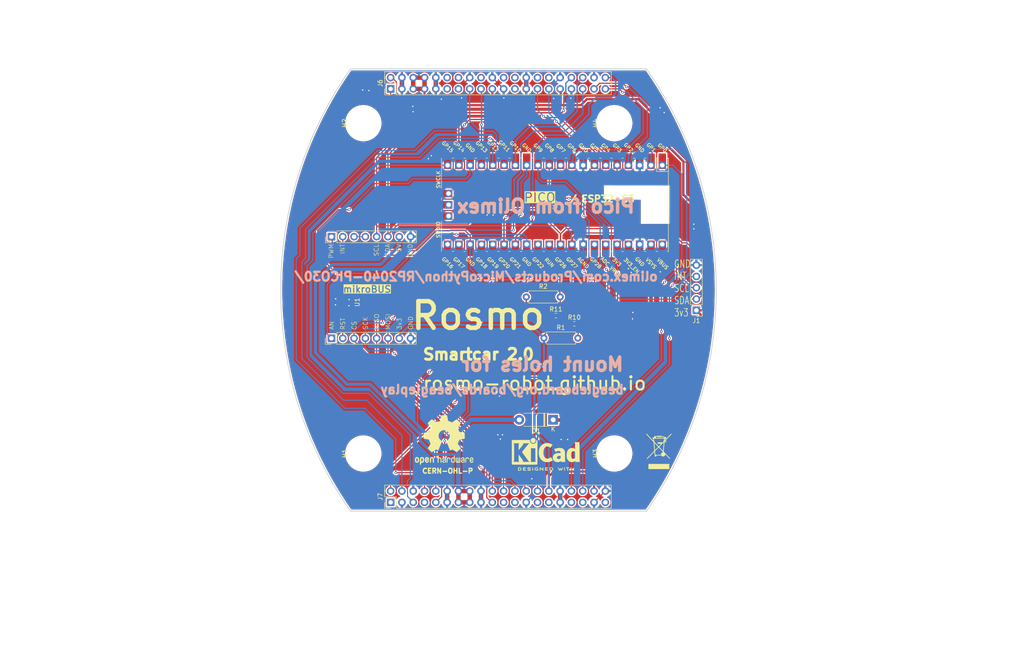
<source format=kicad_pcb>
(kicad_pcb (version 20221018) (generator pcbnew)
  (layers (0 "F.Cu" signal) (31 "B.Cu" signal) (34 "B.Paste" user) (35 "F.Paste" user) (36 "B.SilkS" user "B.Silkscreen") (37 "F.SilkS" user "F.Silkscreen") (38 "B.Mask" user) (39 "F.Mask" user) (44 "Edge.Cuts" user))
  (net 0 "")
  (net 1 "GND")
  (net 2 "SCL")
  (net 3 "SDA")
  (net 4 "/yellow_2")
  (net 5 "/Green_2")
  (net 6 "/yellow_1")
  (net 7 "/Green_1")
  (net 8 "STBY_1")
  (net 9 "BIN1_1")
  (net 10 "PWMA_1")
  (net 11 "BIN2_1")
  (net 12 "AIN2_1")
  (net 13 "AIN1_1")
  (net 14 "PWMB_1")
  (net 15 "PWMB_2")
  (net 16 "BIN2_2")
  (net 17 "BIN1_2")
  (net 18 "STBY_2")
  (net 19 "AIN1_2")
  (net 20 "AIN2_2")
  (net 21 "PWMA_2")
  (net 22 "+5V")
  (net 23 "/yellow_4")
  (net 24 "/Green_4")
  (net 25 "/yellow_3")
  (net 26 "/Green_3")
  (net 27 "Net-(D1-K)")
  (net 28 "3v3")
  (net 29 "INT")
  (net 40 "SPI_MISO")
  (net 41 "SPI_MOSI")
  (net 43 "SPI_SCK")
  (net 45 "SPI_CS")
  (net 51 "AN")
  (net 52 "RST")
  (net 53 "NC")
  (net 54 "PWM_MIKRO_1")
  (footprint "PinHeader_2x20_P2.54mm_Vertical" (layer "F.Cu") (at 104.8 45.5 90)
    (fp_text reference "J6")
    (fp_text value "left")
  )
  (footprint "PinHeader_2x20_P2.54mm_Vertical" (layer "F.Cu") (at 104.8 138.5 90)
    (fp_text reference "J7")
    (fp_text value "right")
  )
  (footprint "R_0603_1608Metric" (layer "F.Cu") (at 141.95 96.49)
    (fp_text reference "R11")
    (fp_text value "10k")
  )
  (footprint "RPi_Pico_SMD_TH" (layer "F.Cu") (at 141.73 71.57 -90)
    (fp_text reference "U3")
    (fp_text value "Pico")
  )
  (footprint "PinHeader_1x05_P2.54mm_Vertical" (layer "F.Cu") (at 173.52 95.31 180)
    (fp_text reference "J1")
    (fp_text value "I2C header")
  )
  (footprint "MountingHole_3.2mm_M3" (layer "F.Cu") (at 155.06 53.21 90)
    (fp_text reference "H4")
    (fp_text value "MountingHole")
  )
  (footprint "MountingHole_3.2mm_M3" (layer "F.Cu") (at 98.66 127.51 90)
    (fp_text reference "H1")
    (fp_text value "MountingHole")
  )
  (footprint "MountingHole_3.2mm_M3" (layer "F.Cu") (at 98.66 53.21 90)
    (fp_text reference "H2")
    (fp_text value "MountingHole")
  )
  (footprint "MountingHole_3.2mm_M3" (layer "F.Cu") (at 155.06 127.51 90)
    (fp_text reference "H3")
    (fp_text value "MountingHole")
  )
  (footprint "Symbol:OSHW-Logo2_14.6x12mm_SilkScreen" (layer "F.Cu") (at 116.84 124.46)
    (fp_text reference "FID3" hide)
    (fp_text value "Fiducial" hide)
  )
  (footprint "R_Axial_DIN0207_L6.3mm_D2.5mm_P7.62mm_Horizontal" (layer "F.Cu") (at 139.26 101.55)
    (fp_text reference "R1")
    (fp_text value "10k")
  )
  (footprint "R_Axial_DIN0207_L6.3mm_D2.5mm_P7.62mm_Horizontal" (layer "F.Cu") (at 135.29 92.3)
    (fp_text reference "R2")
    (fp_text value "10k")
  )
  (footprint "mikroBUS" (layer "F.Cu") (at 95.9125 91.2975 90)
    (fp_text reference "U1")
    (fp_text value "~")
  )
  (footprint "R_0603_1608Metric" (layer "F.Cu") (at 146.08 98.32)
    (fp_text reference "R10")
    (fp_text value "10k")
  )
  (footprint "Symbol:WEEE-Logo_5.6x8mm_SilkScreen" (layer "F.Cu") (at 165.1 127)
    (fp_text reference "FID2" hide)
    (fp_text value "Fiducial" hide)
  )
  (footprint "Symbol:KiCad-Logo2_6mm_SilkScreen" (layer "F.Cu") (at 139.7 127)
    (fp_text reference "FID4" hide)
    (fp_text value "Fiducial" hide)
  )
  (footprint "D_DO-41_SOD81_P7.62mm_Horizontal" (layer "F.Cu") (at 141.33 119.93 180)
    (fp_text reference "D1")
    (fp_text value "1N5819")
  )
  (gr_arc (start 162.3 41) (mid 177.978232 90.725) (end 162.3 140.45) (stroke (width 0.2)) (layer "Edge.Cuts"))
  (gr_arc (start 95.78 140.45) (mid 80.101768 90.725) (end 95.78 41) (stroke (width 0.2)) (layer "Edge.Cuts"))
  (gr_line (start 95.78 140.45) (end 162.3 140.45) (stroke (width 0.2)) (layer "Edge.Cuts"))
  (gr_line (start 95.78 41) (end 162.3 41) (stroke (width 0.2)) (layer "Edge.Cuts"))
  (gr_text "olimex.com/Products/MicroPython/RP2040-PICO30/" (at 165.1 88.9) (layer "B.SilkS") (effects (font (size 2 2) (thickness 0.5) bold) (justify left bottom mirror)))
  (gr_text "Pico from Olimex\n" (at 160.02 73.66) (layer "B.SilkS") (effects (font (size 3 3) (thickness 0.75) bold) (justify left bottom mirror)))
  (gr_text "Mount holes for" (at 157.48 109.22) (layer "B.SilkS") (effects (font (size 3 3) (thickness 0.75) bold) (justify left bottom mirror)))
  (gr_text "beagleboard.org/boards/beagleplay" (at 157.48 114.3) (layer "B.SilkS") (effects (font (size 2 2) (thickness 0.5) bold) (justify left bottom mirror)))
  (gr_text "GND\nINT\nSCL\nSDA\n3v3" (at 168.44 96.81) (layer "F.SilkS") (effects (font (size 1.7 1.2)) (justify left bottom)))
  (gr_text "SCK" (at 99.15 99.75 90) (layer "F.SilkS") (effects (font (size 1 1) (thickness 0.1)) (justify left)))
  (gr_text "SCL" (at 101.6 83.18 90) (layer "F.SilkS") (effects (font (size 1 1) (thickness 0.1)) (justify left)))
  (gr_text "AN" (at 91.53 99.75 90) (layer "F.SilkS") (effects (font (size 1 1) (thickness 0.1)) (justify left)))
  (gr_text "CS" (at 96.61 99.75 90) (layer "F.SilkS") (effects (font (size 1 1) (thickness 0.1)) (justify left)))
  (gr_text "3v3" (at 106.77 99.75 90) (layer "F.SilkS") (effects (font (size 1 1) (thickness 0.1)) (justify left)))
  (gr_text "rosmo-robot.github.io" (at 137.16 111.76) (layer "F.SilkS") (effects (font (size 3 3) (thickness 0.45))))
  (gr_text "MOSI" (at 104.23 99.75 90) (layer "F.SilkS") (effects (font (size 1 1) (thickness 0.1)) (justify left)))
  (gr_text "PICO" (at 134.62 71.12) (layer "F.SilkS" knockout) (effects (font (size 2 2) (thickness 0.25)) (justify left bottom)))
  (gr_text "INT" (at 93.98 82.703809 90) (layer "F.SilkS") (effects (font (size 1 1) (thickness 0.1)) (justify left)))
  (gr_text "CERN-OHL-P" (at 111.76 132.08) (layer "F.SilkS") (effects (font (size 1.1 1.1) (thickness 0.275) bold) (justify left bottom)))
  (gr_text "GND" (at 109.22 83.465714 90) (layer "F.SilkS") (effects (font (size 1 1) (thickness 0.1)) (justify left)))
  (gr_text "RST" (at 94.07 99.75 90) (layer "F.SilkS") (effects (font (size 1 1) (thickness 0.1)) (justify left)))
  (gr_text "GND" (at 109.31 99.75 90) (layer "F.SilkS") (effects (font (size 1 1) (thickness 0.1)) (justify left)))
  (gr_text "mikroBUS" (at 93.98 91.44) (layer "F.SilkS" knockout) (effects (font (size 1.5 1.5) (thickness 0.25)) (justify left bottom)))
  (gr_text "/ ESP32-S3" (at 144.78 71.12) (layer "F.SilkS") (effects (font (size 1.5 1.5) (thickness 0.375) bold) (justify left bottom)))
  (gr_text "SDA" (at 104.14 83.227619 90) (layer "F.SilkS") (effects (font (size 1 1) (thickness 0.1)) (justify left)))
  (gr_text "Rosmo" (at 124.46 96.52) (layer "F.SilkS") (effects (font (size 6 6) (thickness 1) bold)))
  (gr_text "MISO" (at 101.69 99.75 90) (layer "F.SilkS") (effects (font (size 1 1) (thickness 0.1)) (justify left)))
  (gr_text "PWM" (at 91.44 83.703809 90) (layer "F.SilkS") (effects (font (size 1 1) (thickness 0.1)) (justify left)))
  (gr_text "5V" (at 106.68 82.227619 90) (layer "F.SilkS") (effects (font (size 1 1) (thickness 0.1)) (justify left)))
  (gr_text "Smartcar 2.0\n" (at 111.76 106.68) (layer "F.SilkS") (effects (font (size 2.5 2.5) (thickness 0.625) bold) (justify left bottom)))
  (segment (start 122.58 42.96) (end 121.31 44.23) (width 0.25) (layer "F.Cu") (net 1))
  (segment (start 150.52 138.5) (end 153.06 135.96) (width 0.25) (layer "F.Cu") (net 1))
  (segment (start 130.2 45.5) (end 127.66 42.96) (width 0.25) (layer "F.Cu") (net 1))
  (segment (start 130.2 45.5) (end 130.2 47.49) (width 0.25) (layer "F.Cu") (net 1))
  (segment (start 114.96 45.5) (end 114.96 42.96) (width 1) (layer "F.Cu") (net 1))
  (segment (start 130.2 47.49) (end 130.25 47.54) (width 0.25) (layer "F.Cu") (net 1))
  (segment (start 125.12 138.5) (end 125.12 135.96) (width 1) (layer "F.Cu") (net 1))
  (segment (start 121.31 46.97) (end 120.76 47.52) (width 0.25) (layer "F.Cu") (net 1))
  (segment (start 107.34 45.5) (end 107.34 42.96) (width 1) (layer "F.Cu") (net 1))
  (segment (start 117.5 138.5) (end 117.5 135.96) (width 1) (layer "F.Cu") (net 1))
  (segment (start 121.31 44.23) (end 121.31 46.97) (width 0.25) (layer "F.Cu") (net 1))
  (segment (start 122.58 42.96) (end 122.58 42.6) (width 0.25) (layer "F.Cu") (net 1))
  (segment (start 135.28 45.5) (end 135.28 42.96) (width 1) (layer "F.Cu") (net 1))
  (segment (start 142.9 138.5) (end 142.9 135.96) (width 1) (layer "F.Cu") (net 1))
  (via (at 113.29 61.2) (size 0.6) (drill 0.3) (layers "F.Cu" "B.Cu") (net 1))
  (via (at 92.41 94.07) (size 0.6) (drill 0.3) (layers "F.Cu" "B.Cu") (net 1))
  (via (at 145.31 47.6) (size 0.6) (drill 0.3) (layers "F.Cu" "B.Cu") (net 1))
  (via (at 129.94 123.31) (size 0.6) (drill 0.3) (layers "F.Cu" "B.Cu") (net 1))
  (via (at 126.49 73.86) (size 0.6) (drill 0.3) (layers "F.Cu" "B.Cu") (net 1))
  (via (at 116.21 47.81) (size 0.6) (drill 0.3) (layers "F.Cu" "B.Cu") (net 1))
  (via (at 129.27 114.61) (size 0.6) (drill 0.3) (layers "F.Cu" "B.Cu") (net 1))
  (via (at 95.43 94.27) (size 0.6) (drill 0.3) (layers "F.Cu" "B.Cu") (net 1))
  (via (at 166.28 50.82) (size 0.6) (drill 0.3) (layers "F.Cu" "B.Cu") (net 1))
  (via (at 98.51 45.75) (size 0.6) (drill 0.3) (layers "F.Cu" "B.Cu") (net 1))
  (via (at 158.88 86.78) (size 0.6) (drill 0.3) (layers "F.Cu" "B.Cu") (net 1))
  (via (at 172.94 75.93) (size 0.6) (drill 0.3) (layers "F.Cu" "B.Cu") (net 1))
  (via (at 109.77 49.43) (size 0.6) (drill 0.3) (layers "F.Cu" "B.Cu") (net 1))
  (via (at 128.89 123.3) (size 0.6) (drill 0.3) (layers "F.Cu" "B.Cu") (net 1))
  (via (at 136.53 133.2) (size 0.6) (drill 0.3) (layers "F.Cu" "B.Cu") (net 1))
  (via (at 127.84 73.89) (size 0.6) (drill 0.3) (layers "F.Cu" "B.Cu") (net 1))
  (via (at 109.85 50.63) (size 0.6) (drill 0.3) (layers "F.Cu" "B.Cu") (net 1))
  (via (at 120.76 47.52) (size 0.6) (drill 0.3) (layers "F.Cu" "B.Cu") (net 1))
  (via (at 129.72 113.67) (size 0.6) (drill 0.3) (layers "F.Cu" "B.Cu") (net 1))
  (via (at 165.38 49.75) (size 0.6) (drill 0.3) (layers "F.Cu" "B.Cu") (net 1))
  (via (at 165.41 86.65) (size 0.6) (drill 0.3) (layers "F.Cu" "B.Cu") (net 1))
  (via (at 128.56 113.67) (size 0.6) (drill 0.3) (layers "F.Cu" "B.Cu") (net 1))
  (via (at 95.46 92.89) (size 0.6) (drill 0.3) (layers "F.Cu" "B.Cu") (net 1))
  (via (at 92.46 92.72) (size 0.6) (drill 0.3) (layers "F.Cu" "B.Cu") (net 1))
  (via (at 159.24 95.79) (size 0.6) (drill 0.3) (layers "F.Cu" "B.Cu") (net 1))
  (via (at 144.59 124.35) (size 0.6) (drill 0.3) (layers "F.Cu" "B.Cu") (net 1))
  (via (at 130.25 47.54) (size 0.6) (drill 0.3) (layers "F.Cu" "B.Cu") (net 1))
  (via (at 129.46 124.26) (size 0.6) (drill 0.3) (layers "F.Cu" "B.Cu") (net 1))
  (via (at 172.96 76.98) (size 0.6) (drill 0.3) (layers "F.Cu" "B.Cu") (net 1))
  (via (at 113.96 60.53) (size 0.6) (drill 0.3) (layers "F.Cu" "B.Cu") (net 1))
  (via (at 158.23 85.94) (size 0.6) (drill 0.3) (layers "F.Cu" "B.Cu") (net 1))
  (via (at 143.13 124.36) (size 0.6) (drill 0.3) (layers "F.Cu" "B.Cu") (net 1))
  (via (at 159.17 97.22) (size 0.6) (drill 0.3) (layers "F.Cu" "B.Cu") (net 1))
  (via (at 141.45 47.65) (size 0.6) (drill 0.3) (layers "F.Cu" "B.Cu") (net 1))
  (via (at 99.91 45.87) (size 0.6) (drill 0.3) (layers "F.Cu" "B.Cu") (net 1))
  (segment (start 145.44 45.5) (end 145.44 47.47) (width 0.25) (layer "B.Cu") (net 1))
  (segment (start 141.63 47.47) (end 141.45 47.65) (width 0.25) (layer "B.Cu") (net 1))
  (segment (start 136.57 133.16) (end 136.53 133.2) (width 0.25) (layer "B.Cu") (net 1))
  (segment (start 141.63 44.23) (end 141.63 47.47) (width 0.25) (layer "B.Cu") (net 1))
  (segment (start 142.9 42.96) (end 141.63 44.23) (width 0.25) (layer "B.Cu") (net 1))
  (segment (start 135.28 138.5) (end 136.53 137.25) (width 0.25) (layer "B.Cu") (net 1))
  (segment (start 136.53 137.25) (end 136.53 133.2) (width 0.25) (layer "B.Cu") (net 1))
  (segment (start 145.44 47.47) (end 145.31 47.6) (width 0.25) (layer "B.Cu") (net 1))
  (segment (start 101.66 60.96) (end 103.74 58.88) (width 0.25) (layer "F.Cu") (net 2))
  (segment (start 103.74 58.88) (end 103.74 58.81) (width 0.25) (layer "F.Cu") (net 2))
  (segment (start 172.48 90.23) (end 173.52 90.23) (width 0.25) (layer "F.Cu") (net 2))
  (segment (start 169.04 80.55) (end 169.04 86.79) (width 0.25) (layer "F.Cu") (net 2))
  (segment (start 146.73 77.91) (end 166.4 77.91) (width 0.25) (layer "F.Cu") (net 2))
  (segment (start 104.8 57.75) (end 104.8 45.5) (width 0.25) (layer "F.Cu") (net 2))
  (segment (start 145.7 80.3) (end 145.7 78.94) (width 0.25) (layer "F.Cu") (net 2))
  (segment (start 166.4 77.91) (end 169.04 80.55) (width 0.25) (layer "F.Cu") (net 2))
  (segment (start 145.54 80.46) (end 145.7 80.3) (width 0.25) (layer "F.Cu") (net 2))
  (segment (start 146.85 92.9) (end 146.85 98.265) (width 0.25) (layer "F.Cu") (net 2))
  (segment (start 145.7 78.94) (end 146.73 77.91) (width 0.25) (layer "F.Cu") (net 2))
  (segment (start 169.04 86.79) (end 172.48 90.23) (width 0.25) (layer "F.Cu") (net 2))
  (segment (start 146.905 98.32) (end 146.925 98.34) (width 0.25) (layer "F.Cu") (net 2))
  (segment (start 146.85 98.265) (end 146.905 98.32) (width 0.25) (layer "F.Cu") (net 2))
  (segment (start 146.925 98.34) (end 146.925 101.505) (width 0.25) (layer "F.Cu") (net 2))
  (segment (start 103.74 58.81) (end 104.8 57.75) (width 0.25) (layer "F.Cu") (net 2))
  (segment (start 146.925 101.505) (end 146.88 101.55) (width 0.25) (layer "F.Cu") (net 2))
  (segment (start 145.54 80.46) (end 145.54 91.59) (width 0.25) (layer "F.Cu") (net 2))
  (segment (start 145.54 91.59) (end 146.85 92.9) (width 0.25) (layer "F.Cu") (net 2))
  (segment (start 101.66 78.74) (end 101.66 60.96) (width 0.25) (layer "F.Cu") (net 2))
  (segment (start 145.42 80.34) (end 145.54 80.46) (width 0.25) (layer "B.Cu") (net 2))
  (segment (start 145.42 77.86) (end 145.42 80.34) (width 0.25) (layer "B.Cu") (net 2))
  (segment (start 101.66 78.74) (end 101.66 76.65) (width 0.25) (layer "B.Cu") (net 2))
  (segment (start 143.83 76.27) (end 145.42 77.86) (width 0.25) (layer "B.Cu") (net 2))
  (segment (start 101.66 76.65) (end 102.04 76.27) (width 0.25) (layer "B.Cu") (net 2))
  (segment (start 102.04 76.27) (end 143.83 76.27) (width 0.25) (layer "B.Cu") (net 2))
  (segment (start 144.18 76.93) (end 143 78.11) (width 0.25) (layer "F.Cu") (net 3))
  (segment (start 173.52 92.77) (end 173.96 92.77) (width 0.25) (layer "F.Cu") (net 3))
  (segment (start 104.2 78.27) (end 104.2 78.74) (width 0.25) (layer "F.Cu") (net 3))
  (segment (start 142.775 96.49) (end 142.91 96.355) (width 0.25) (layer "F.Cu") (net 3))
  (segment (start 137.36 72.45) (end 125.75 72.45) (width 0.25) (layer "F.Cu") (net 3))
  (segment (start 175.19 91.54) (end 175.19 83.95) (width 0.25) (layer "F.Cu") (net 3))
  (segment (start 106.09 58.49) (end 104.2 60.38) (width 0.25) (layer "F.Cu") (net 3))
  (segment (start 142.84 80.62) (end 143 80.46) (width 0.25) (layer "F.Cu") (net 3))
  (segment (start 105.12 42.96) (end 106.09 43.93) (width 0.25) (layer "F.Cu") (net 3))
  (segment (start 125.75 72.45) (end 124.89 73.31) (width 0.25) (layer "F.Cu") (net 3))
  (segment (start 106.54 75.93) (end 104.2 78.27) (width 0.25) (layer "F.Cu") (net 3))
  (segment (start 124.88 73.31) (end 122.26 75.93) (width 0.25) (layer "F.Cu") (net 3))
  (segment (start 124.89 73.31) (end 124.88 73.31) (width 0.25) (layer "F.Cu") (net 3))
  (segment (start 142.84 92.23) (end 142.84 80.62) (width 0.25) (layer "F.Cu") (net 3))
  (segment (start 104.8 42.96) (end 105.12 42.96) (width 0.25) (layer "F.Cu") (net 3))
  (segment (start 143 80.46) (end 142.94 80.4) (width 0.25) (layer "F.Cu") (net 3))
  (segment (start 173.96 92.77) (end 175.19 91.54) (width 0.25) (layer "F.Cu") (net 3))
  (segment (start 167.12 76.93) (end 144.18 76.93) (width 0.25) (layer "F.Cu") (net 3))
  (segment (start 142.91 96.355) (end 142.91 92.3) (width 0.25) (layer "F.Cu") (net 3))
  (segment (start 106.09 43.93) (end 106.09 58.49) (width 0.25) (layer "F.Cu") (net 3))
  (segment (start 143 78.11) (end 143 80.46) (width 0.25) (layer "F.Cu") (net 3))
  (segment (start 172.58 92.77) (end 173.52 92.77) (width 0.25) (layer "F.Cu") (net 3))
  (segment (start 104.2 78.27) (end 104.2 78.74) (width 0.25) (layer "F.Cu") (net 3))
  (segment (start 104.2 60.38) (end 104.2 78.27) (width 0.25) (layer "F.Cu") (net 3))
  (segment (start 142.94 78.03) (end 137.36 72.45) (width 0.25) (layer "F.Cu") (net 3))
  (segment (start 142.91 92.3) (end 142.84 92.23) (width 0.25) (layer "F.Cu") (net 3))
  (segment (start 122.26 75.93) (end 106.54 75.93) (width 0.25) (layer "F.Cu") (net 3))
  (segment (start 142.94 80.4) (end 142.94 78.03) (width 0.25) (layer "F.Cu") (net 3))
  (segment (start 175.19 83.95) (end 171.37 80.13) (width 0.25) (layer "F.Cu") (net 3))
  (segment (start 171.37 80.13) (end 170.32 80.13) (width 0.25) (layer "F.Cu") (net 3))
  (segment (start 170.32 80.13) (end 167.12 76.93) (width 0.25) (layer "F.Cu") (net 3))
  (segment (start 128.57 58.17) (end 127.76 58.98) (width 0.3) (layer "B.Cu") (net 4))
  (segment (start 128.57 55.77) (end 128.57 58.17) (width 0.3) (layer "B.Cu") (net 4))
  (segment (start 124.91 55.03) (end 127.83 55.03) (width 0.3) (layer "B.Cu") (net 4))
  (segment (start 127.76 58.98) (end 127.76 62.68) (width 0.3) (layer "B.Cu") (net 4))
  (segment (start 122.58 45.5) (end 122.58 52.7) (width 0.3) (layer "B.Cu") (net 4))
  (segment (start 122.58 52.7) (end 124.91 55.03) (width 0.3) (layer "B.Cu") (net 4))
  (segment (start 127.83 55.03) (end 128.57 55.77) (width 0.3) (layer "B.Cu") (net 4))
  (segment (start 125.22 53.55) (end 125.22 62.68) (width 0.3) (layer "F.Cu") (net 5))
  (via (at 125.22 53.55) (size 0.6) (drill 0.3) (layers "F.Cu" "B.Cu") (net 5))
  (segment (start 125.23 53.54) (end 125.23 45.61) (width 0.3) (layer "B.Cu") (net 5))
  (segment (start 125.23 45.61) (end 125.12 45.5) (width 0.3) (layer "B.Cu") (net 5))
  (segment (start 125.22 53.55) (end 125.23 53.54) (width 0.3) (layer "B.Cu") (net 5))
  (segment (start 150.81 57.89) (end 153.16 60.24) (width 0.25) (layer "F.Cu") (net 6))
  (segment (start 142.74 51.93) (end 148.7 57.89) (width 0.25) (layer "F.Cu") (net 6))
  (segment (start 139.19 51.65) (end 139.47 51.93) (width 0.25) (layer "F.Cu") (net 6))
  (segment (start 139.47 51.93) (end 142.74 51.93) (width 0.25) (layer "F.Cu") (net 6))
  (segment (start 153.16 60.24) (end 153.16 62.68) (width 0.25) (layer "F.Cu") (net 6))
  (segment (start 148.7 57.89) (end 150.81 57.89) (width 0.25) (layer "F.Cu") (net 6))
  (via (at 139.19 51.65) (size 0.6) (drill 0.3) (layers "F.Cu" "B.Cu") (net 6))
  (segment (start 137.82 45.5) (end 137.82 50.28) (width 0.25) (layer "B.Cu") (net 6))
  (segment (start 137.82 50.28) (end 139.19 51.65) (width 0.25) (layer "B.Cu") (net 6))
  (segment (start 150.65 59.65) (end 150.65 62.65) (width 0.25) (layer "F.Cu") (net 7))
  (segment (start 142.085 52.845) (end 147.9 58.66) (width 0.25) (layer "F.Cu") (net 7))
  (segment (start 150.65 62.65) (end 150.62 62.68) (width 0.25) (layer "F.Cu") (net 7))
  (segment (start 149.66 58.66) (end 150.65 59.65) (width 0.25) (layer "F.Cu") (net 7))
  (segment (start 147.9 58.66) (end 149.66 58.66) (width 0.25) (layer "F.Cu") (net 7))
  (via (at 142.085 52.845) (size 0.6) (drill 0.3) (layers "F.Cu" "B.Cu") (net 7))
  (segment (start 140.36 50.92) (end 140.36 45.5) (width 0.25) (layer "B.Cu") (net 7))
  (segment (start 142.085 52.845) (end 142.085 52.645) (width 0.25) (layer "B.Cu") (net 7))
  (segment (start 142.085 52.645) (end 140.36 50.92) (width 0.25) (layer "B.Cu") (net 7))
  (segment (start 143.71 50.4) (end 143.24 50.87) (width 0.3) (layer "F.Cu") (net 9))
  (segment (start 120.14 51.71) (end 120.14 62.68) (width 0.3) (layer "F.Cu") (net 9))
  (segment (start 120.98 50.87) (end 120.14 51.71) (width 0.3) (layer "F.Cu") (net 9))
  (segment (start 143.24 50.87) (end 120.98 50.87) (width 0.3) (layer "F.Cu") (net 9))
  (via (at 143.71 50.4) (size 0.6) (drill 0.3) (layers "F.Cu" "B.Cu") (net 9))
  (segment (start 144.18 44.22) (end 145.44 42.96) (width 0.3) (layer "B.Cu") (net 9))
  (segment (start 144.18 46.92) (end 144.18 44.22) (width 0.3) (layer "B.Cu") (net 9))
  (segment (start 143.71 47.39) (end 144.18 46.92) (width 0.3) (layer "B.Cu") (net 9))
  (segment (start 143.71 50.4) (end 143.71 47.39) (width 0.3) (layer "B.Cu") (net 9))
  (segment (start 130.28 80.44) (end 130.3 80.46) (width 0.3) (layer "F.Cu") (net 10))
  (segment (start 130.71 74.44) (end 130.28 74.87) (width 0.3) (layer "F.Cu") (net 10))
  (segment (start 130.28 74.87) (end 130.28 80.44) (width 0.3) (layer "F.Cu") (net 10))
  (via (at 130.71 74.44) (size 0.6) (drill 0.3) (layers "F.Cu" "B.Cu") (net 10))
  (segment (start 134.06 57.89) (end 134.06 58.04) (width 0.3) (layer "B.Cu") (net 10))
  (segment (start 132.57 72.58) (end 130.71 74.44) (width 0.3) (layer "B.Cu") (net 10))
  (segment (start 134.06 58.04) (end 134.06 64.36) (width 0.25) (layer "B.Cu") (net 10))
  (segment (start 147.98 51.05) (end 144.05 54.98) (width 0.3) (layer "B.Cu") (net 10))
  (segment (start 144.05 54.98) (end 136.97 54.98) (width 0.3) (layer "B.Cu") (net 10))
  (segment (start 134.06 64.36) (end 132.57 65.85) (width 0.3) (layer "B.Cu") (net 10))
  (segment (start 147.98 45.5) (end 147.98 51.05) (width 0.3) (layer "B.Cu") (net 10))
  (segment (start 136.97 54.98) (end 134.06 57.89) (width 0.3) (layer "B.Cu") (net 10))
  (segment (start 132.57 65.85) (end 132.57 72.58) (width 0.3) (layer "B.Cu") (net 10))
  (segment (start 146.72 44.22) (end 147.98 42.96) (width 0.3) (layer "B.Cu") (net 11))
  (segment (start 132.84 57.21) (end 136.05 54) (width 0.3) (layer "B.Cu") (net 11))
  (segment (start 146.09 51.22) (end 146.09 51.2) (width 0.3) (layer "B.Cu") (net 11))
  (segment (start 136.05 54) (end 143.31 54) (width 0.3) (layer "B.Cu") (net 11))
  (segment (start 143.31 54) (end 146.09 51.22) (width 0.3) (layer "B.Cu") (net 11))
  (segment (start 132.84 62.68) (end 132.84 57.21) (width 0.3) (layer "B.Cu") (net 11))
  (segment (start 146.72 50.57) (end 146.72 44.22) (width 0.3) (layer "B.Cu") (net 11))
  (segment (start 146.09 51.2) (end 146.72 50.57) (width 0.3) (layer "B.Cu") (net 11))
  (segment (start 156.98 44.23) (end 151.79 44.23) (width 0.25) (layer "F.Cu") (net 12))
  (segment (start 157.78 45.03) (end 156.98 44.23) (width 0.25) (layer "F.Cu") (net 12))
  (segment (start 151.79 44.23) (end 150.52 45.5) (width 0.25) (layer "F.Cu") (net 12))
  (via (at 157.78 45.03) (size 0.6) (drill 0.3) (layers "F.Cu" "B.Cu") (net 12))
  (segment (start 158.24 62.68) (end 158.24 60.46) (width 0.25) (layer "B.Cu") (net 12))
  (segment (start 158.24 60.46) (end 162.48 56.22) (width 0.25) (layer "B.Cu") (net 12))
  (segment (start 158.21 45.03) (end 157.78 45.03) (width 0.25) (layer "B.Cu") (net 12))
  (segment (start 162.48 56.22) (end 162.48 49.3) (width 0.25) (layer "B.Cu") (net 12))
  (segment (start 162.48 49.3) (end 158.21 45.03) (width 0.25) (layer "B.Cu") (net 12))
  (segment (start 153.06 45.5) (end 156.16 45.5) (width 0.25) (layer "F.Cu") (net 13))
  (segment (start 156.16 45.5) (end 156.93 46.27) (width 0.25) (layer "F.Cu") (net 13))
  (via (at 156.93 46.27) (size 0.6) (drill 0.3) (layers "F.Cu" "B.Cu") (net 13))
  (segment (start 158.03 46.27) (end 161.56 49.8) (width 0.25) (layer "B.Cu") (net 13))
  (segment (start 145.76 60.66) (end 145.76 62.46) (width 0.25) (layer "B.Cu") (net 13))
  (segment (start 147.25 59.17) (end 145.76 60.66) (width 0.25) (layer "B.Cu") (net 13))
  (segment (start 157.83 59.17) (end 147.25 59.17) (width 0.25) (layer "B.Cu") (net 13))
  (segment (start 161.56 49.8) (end 161.56 55.44) (width 0.25) (layer "B.Cu") (net 13))
  (segment (start 145.76 62.46) (end 145.54 62.68) (width 0.25) (layer "B.Cu") (net 13))
  (segment (start 161.56 55.44) (end 157.83 59.17) (width 0.25) (layer "B.Cu") (net 13))
  (segment (start 156.93 46.27) (end 158.03 46.27) (width 0.25) (layer "B.Cu") (net 13))
  (segment (start 132.89 78.86) (end 132.89 80.41) (width 0.3) (layer "F.Cu") (net 14))
  (segment (start 136.65 75.1) (end 132.89 78.86) (width 0.3) (layer "F.Cu") (net 14))
  (segment (start 136.65 74.48) (end 136.65 75.1) (width 0.3) (layer "F.Cu") (net 14))
  (segment (start 132.89 80.41) (end 132.84 80.46) (width 0.3) (layer "F.Cu") (net 14))
  (via (at 136.65 74.48) (size 0.6) (drill 0.3) (layers "F.Cu" "B.Cu") (net 14))
  (segment (start 136.72 58.84) (end 137.12 58.44) (width 0.25) (layer "B.Cu") (net 14))
  (segment (start 155.37 46.51) (end 155.37 43.78) (width 0.3) (layer "B.Cu") (net 14))
  (segment (start 136.72 74.41) (end 136.72 70.56) (width 0.3) (layer "B.Cu") (net 14))
  (segment (start 139.66 55.9) (end 144.71 55.9) (width 0.3) (layer "B.Cu") (net 14))
  (segment (start 136.65 74.48) (end 136.72 74.41) (width 0.3) (layer "B.Cu") (net 14))
  (segment (start 136.72 70.56) (end 136.72 58.84) (width 0.25) (layer "B.Cu") (net 14))
  (segment (start 137.12 58.44) (end 139.66 55.9) (width 0.3) (layer "B.Cu") (net 14))
  (segment (start 144.71 55.9) (end 149.35 51.26) (width 0.3) (layer "B.Cu") (net 14))
  (segment (start 149.35 49.03) (end 150.97 47.41) (width 0.3) (layer "B.Cu") (net 14))
  (segment (start 154.47 47.41) (end 155.37 46.51) (width 0.3) (layer "B.Cu") (net 14))
  (segment (start 149.35 51.26) (end 149.35 49.03) (width 0.3) (layer "B.Cu") (net 14))
  (segment (start 155.37 43.78) (end 154.55 42.96) (width 0.3) (layer "B.Cu") (net 14))
  (segment (start 154.55 42.96) (end 153.06 42.96) (width 0.3) (layer "B.Cu") (net 14))
  (segment (start 150.97 47.41) (end 154.47 47.41) (width 0.3) (layer "B.Cu") (net 14))
  (segment (start 145.73 110.36) (end 150.62 105.47) (width 0.25) (layer "F.Cu") (net 15))
  (segment (start 104.8 130.52) (end 104.8 135.96) (width 0.25) (layer "F.Cu") (net 15))
  (segment (start 113.915 121.405) (end 104.8 130.52) (width 0.25) (layer "F.Cu") (net 15))
  (segment (start 150.62 105.47) (end 150.62 80.46) (width 0.25) (layer "F.Cu") (net 15))
  (segment (start 119.265 116.055) (end 119.265 115.925) (width 0.25) (layer "F.Cu") (net 15))
  (segment (start 124.83 110.36) (end 145.73 110.36) (width 0.25) (layer "F.Cu") (net 15))
  (segment (start 119.265 115.925) (end 124.83 110.36) (width 0.25) (layer "F.Cu") (net 15))
  (via (at 119.265 116.055) (size 0.6) (drill 0.3) (layers "F.Cu" "B.Cu") (net 15))
  (via (at 113.915 121.405) (size 0.6) (drill 0.3) (layers "F.Cu" "B.Cu") (net 15))
  (segment (start 119.265 116.055) (end 113.915 121.405) (width 0.25) (layer "B.Cu") (net 15))
  (segment (start 130.3 62.68) (end 130.3 59.52) (width 0.25) (layer "F.Cu") (net 16))
  (segment (start 127.4 56.62) (end 127.19 56.62) (width 0.25) (layer "F.Cu") (net 16))
  (segment (start 130.3 59.52) (end 127.4 56.62) (width 0.25) (layer "F.Cu") (net 16))
  (via (at 127.19 56.62) (size 0.6) (drill 0.3) (layers "F.Cu" "B.Cu") (net 16))
  (segment (start 127.18 56.63) (end 115.64 56.63) (width 0.25) (layer "B.Cu") (net 16))
  (segment (start 101.84 60.89) (end 85.67 77.06) (width 0.25) (layer "B.Cu") (net 16))
  (segment (start 111.38 60.89) (end 101.84 60.89) (width 0.25) (layer "B.Cu") (net 16))
  (segment (start 94.21 115.53) (end 99.43 115.53) (width 0.25) (layer "B.Cu") (net 16))
  (segment (start 85.67 77.06) (end 85.67 83.58) (width 0.25) (layer "B.Cu") (net 16))
  (segment (start 107.34 123.44) (end 107.34 135.96) (width 0.25) (layer "B.Cu") (net 16))
  (segment (start 127.19 56.62) (end 127.18 56.63) (width 0.25) (layer "B.Cu") (net 16))
  (segment (start 99.43 115.53) (end 107.34 123.44) (width 0.25) (layer "B.Cu") (net 16))
  (segment (start 115.64 56.63) (end 111.38 60.89) (width 0.25) (layer "B.Cu") (net 16))
  (segment (start 84.86 84.39) (end 84.86 106.18) (width 0.25) (layer "B.Cu") (net 16))
  (segment (start 84.86 106.18) (end 94.21 115.53) (width 0.25) (layer "B.Cu") (net 16))
  (segment (start 85.67 83.58) (end 84.86 84.39) (width 0.25) (layer "B.Cu") (net 16))
  (segment (start 87.3 84.03) (end 86.03 85.3) (width 0.25) (layer "B.Cu") (net 17))
  (segment (start 109.22 123.38) (end 109.22 133.02) (width 0.25) (layer "B.Cu") (net 17))
  (segment (start 86.03 85.3) (end 86.03 105.92) (width 0.25) (layer "B.Cu") (net 17))
  (segment (start 109.88 138.44) (end 109.88 138.5) (width 0.25) (layer "B.Cu") (net 17))
  (segment (start 108.6 137.16) (end 109.88 138.44) (width 0.25) (layer "B.Cu") (net 17))
  (segment (start 94.08 113.97) (end 99.81 113.97) (width 0.25) (layer "B.Cu") (net 17))
  (segment (start 108.6 133.64) (end 108.6 137.16) (width 0.25) (layer "B.Cu") (net 17))
  (segment (start 86.03 105.92) (end 94.08 113.97) (width 0.25) (layer "B.Cu") (net 17))
  (segment (start 117.6 62.68) (end 102.59 62.68) (width 0.25) (layer "B.Cu") (net 17))
  (segment (start 87.3 77.97) (end 87.3 84.03) (width 0.25) (layer "B.Cu") (net 17))
  (segment (start 99.81 113.97) (end 109.22 123.38) (width 0.25) (layer "B.Cu") (net 17))
  (segment (start 102.59 62.68) (end 87.3 77.97) (width 0.25) (layer "B.Cu") (net 17))
  (segment (start 109.22 133.02) (end 108.6 133.64) (width 0.25) (layer "B.Cu") (net 17))
  (segment (start 143 62.68) (end 143 60.26) (width 0.25) (layer "F.Cu") (net 19))
  (segment (start 112.42 133.44) (end 112.42 135.96) (width 0.25) (layer "F.Cu") (net 19))
  (segment (start 105.96 131.83) (end 110.81 131.83) (width 0.25) (layer "F.Cu") (net 19))
  (segment (start 143 60.26) (end 135.12 52.38) (width 0.25) (layer "F.Cu") (net 19))
  (segment (start 122.57 52.38) (end 121.39 53.56) (width 0.25) (layer "F.Cu") (net 19))
  (segment (start 110.81 131.83) (end 112.42 133.44) (width 0.25) (layer "F.Cu") (net 19))
  (segment (start 135.12 52.38) (end 122.57 52.38) (width 0.25) (layer "F.Cu") (net 19))
  (segment (start 121.39 53.56) (end 121.39 53.59) (width 0.25) (layer "F.Cu") (net 19))
  (via (at 121.39 53.59) (size 0.6) (drill 0.3) (layers "F.Cu" "B.Cu") (net 19))
  (via (at 105.96 131.83) (size 0.6) (drill 0.3) (layers "F.Cu" "B.Cu") (net 19))
  (segment (start 114.66 54.96) (end 110.26 59.36) (width 0.25) (layer "B.Cu") (net 19))
  (segment (start 83.59 106.42) (end 94.51 117.34) (width 0.25) (layer "B.Cu") (net 19))
  (segment (start 83.59 83.73) (end 83.59 106.42) (width 0.25) (layer "B.Cu") (net 19))
  (segment (start 101.88 59.36) (end 84.41 76.83) (width 0.25) (layer "B.Cu") (net 19))
  (segment (start 94.51 117.34) (end 99.02 117.34) (width 0.25) (layer "B.Cu") (net 19))
  (segment (start 84.41 76.83) (end 84.41 82.91) (width 0.25) (layer "B.Cu") (net 19))
  (segment (start 84.41 82.91) (end 83.59 83.73) (width 0.25) (layer "B.Cu") (net 19))
  (segment (start 99.02 117.34) (end 105.96 124.28) (width 0.25) (layer "B.Cu") (net 19))
  (segment (start 105.96 124.28) (end 105.96 131.83) (width 0.25) (layer "B.Cu") (net 19))
  (segment (start 120.02 54.96) (end 114.66 54.96) (width 0.25) (layer "B.Cu") (net 19))
  (segment (start 121.39 53.59) (end 120.02 54.96) (width 0.25) (layer "B.Cu") (net 19))
  (segment (start 110.26 59.36) (end 101.88 59.36) (width 0.25) (layer "B.Cu") (net 19))
  (segment (start 116.95 134.62) (end 116.95 124.67) (width 0.25) (layer "F.Cu") (net 20))
  (segment (start 116.26 137.2) (end 116.26 135.31) (width 0.25) (layer "F.Cu") (net 20))
  (segment (start 151.6 65.87) (end 154.63 65.87) (width 0.25) (layer "F.Cu") (net 20))
  (segment (start 120.6 112.73) (end 120.6 111.23) (width 0.25) (layer "F.Cu") (net 20))
  (segment (start 149.34 104.21) (end 149.34 87.65) (width 0.25) (layer "F.Cu") (net 20))
  (segment (start 148.23 74) (end 148.23 69.24) (width 0.25) (layer "F.Cu") (net 20))
  (segment (start 114.96 138.5) (end 116.26 137.2) (width 0.25) (layer "F.Cu") (net 20))
  (segment (start 154.63 65.87) (end 155.7 64.8) (width 0.25) (layer "F.Cu") (net 20))
  (segment (start 149.34 87.65) (end 148.25 86.56) (width 0.25) (layer "F.Cu") (net 20))
  (segment (start 148.23 69.24) (end 151.6 65.87) (width 0.25) (layer "F.Cu") (net 20))
  (segment (start 116.26 135.31) (end 116.95 134.62) (width 0.25) (layer "F.Cu") (net 20))
  (segment (start 120.6 111.23) (end 124.12 107.71) (width 0.25) (layer "F.Cu") (net 20))
  (segment (start 145.84 107.71) (end 149.34 104.21) (width 0.25) (layer "F.Cu") (net 20))
  (segment (start 155.7 64.8) (end 155.7 62.68) (width 0.25) (layer "F.Cu") (net 20))
  (segment (start 124.12 107.71) (end 145.84 107.71) (width 0.25) (layer "F.Cu") (net 20))
  (via (at 148.25 86.56) (size 0.6) (drill 0.3) (layers "F.Cu" "B.Cu") (net 20))
  (via (at 116.95 124.67) (size 0.6) (drill 0.3) (layers "F.Cu" "B.Cu") (net 20))
  (via (at 148.23 74) (size 0.6) (drill 0.3) (layers "F.Cu" "B.Cu") (net 20))
  (via (at 120.6 112.73) (size 0.6) (drill 0.3) (layers "F.Cu" "B.Cu") (net 20))
  (segment (start 122.21 118.14) (end 116.95 123.4) (width 0.25) (layer "B.Cu") (net 20))
  (segment (start 148.25 84.88) (end 149.37 83.76) (width 0.25) (layer "B.Cu") (net 20))
  (segment (start 122.21 114.34) (end 122.21 118.14) (width 0.25) (layer "B.Cu") (net 20))
  (segment (start 149.37 75.14) (end 148.23 74) (width 0.25) (layer "B.Cu") (net 20))
  (segment (start 148.25 86.56) (end 148.25 84.88) (width 0.25) (layer "B.Cu") (net 20))
  (segment (start 120.6 112.73) (end 122.21 114.34) (width 0.25) (layer "B.Cu") (net 20))
  (segment (start 116.95 123.4) (end 116.95 124.67) (width 0.25) (layer "B.Cu") (net 20))
  (segment (start 149.37 83.76) (end 149.37 75.14) (width 0.25) (layer "B.Cu") (net 20))
  (segment (start 133.12 89.78) (end 121.26 101.64) (width 0.25) (layer "F.Cu") (net 21))
  (segment (start 114.96 124.73) (end 114.96 135.96) (width 0.25) (layer "F.Cu") (net 21))
  (segment (start 114.87 124.64) (end 114.96 124.73) (width 0.25) (layer "F.Cu") (net 21))
  (segment (start 121.26 101.64) (end 121.2 101.64) (width 0.25) (layer "F.Cu") (net 21))
  (segment (start 137.92 86.16) (end 134.3 89.78) (width 0.25) (layer "F.Cu") (net 21))
  (segment (start 137.92 80.46) (end 137.92 86.16) (width 0.25) (layer "F.Cu") (net 21))
  (segment (start 134.3 89.78) (end 133.12 89.78) (width 0.25) (layer "F.Cu") (net 21))
  (segment (start 121.2 101.64) (end 113.64 109.2) (width 0.25) (layer "F.Cu") (net 21))
  (segment (start 113.64 109.2) (end 113.53 109.2) (width 0.25) (layer "F.Cu") (net 21))
  (via (at 114.87 124.64) (size 0.6) (drill 0.3) (layers "F.Cu" "B.Cu") (net 21))
  (via (at 113.53 109.2) (size 0.6) (drill 0.3) (layers "F.Cu" "B.Cu") (net 21))
  (segment (start 110.88 121.665406) (end 110.88 111.85) (width 0.25) (layer "B.Cu") (net 21))
  (segment (start 113.854594 124.64) (end 110.88 121.665406) (width 0.25) (layer "B.Cu") (net 21))
  (segment (start 110.88 111.85) (end 113.53 109.2) (width 0.25) (layer "B.Cu") (net 21))
  (segment (start 114.87 124.64) (end 113.854594 124.64) (width 0.25) (layer "B.Cu") (net 21))
  (segment (start 122.58 135.96) (end 122.58 138.5) (width 1) (layer "F.Cu") (net 22))
  (segment (start 122.58 138.5) (end 120.04 138.5) (width 1) (layer "F.Cu") (net 22))
  (segment (start 120.04 138.5) (end 120.04 135.96) (width 1) (layer "F.Cu") (net 22))
  (segment (start 120.04 135.96) (end 122.58 135.96) (width 1) (layer "F.Cu") (net 22))
  (segment (start 120.04 135.96) (end 120.04 131.46) (width 1) (layer "B.Cu") (net 22))
  (segment (start 120.04 126.2) (end 120.04 131.26) (width 0.7) (layer "B.Cu") (net 22))
  (segment (start 120.04 127.65) (end 120.04 126.2) (width 0.7) (layer "B.Cu") (net 22))
  (segment (start 120.04 122.72) (end 122.83 119.93) (width 1) (layer "B.Cu") (net 22))
  (segment (start 120.04 131.26) (end 120.04 126.2) (width 1) (layer "B.Cu") (net 22))
  (segment (start 119.96 127.73) (end 120.04 127.65) (width 0.7) (layer "B.Cu") (net 22))
  (segment (start 94.98 111.93) (end 100.19 111.93) (width 0.7) (layer "B.Cu") (net 22))
  (segment (start 120.04 135.96) (end 120.04 131.46) (width 1) (layer "B.Cu") (net 22))
  (segment (start 111.47 124.72) (end 114.48 127.73) (width 0.7) (layer "B.Cu") (net 22))
  (segment (start 120.04 131.46) (end 120.04 131.26) (width 1) (layer "B.Cu") (net 22))
  (segment (start 106.74 80.78) (end 102.55 84.97) (width 0.7) (layer "B.Cu") (net 22))
  (segment (start 91.72 84.97) (end 87.91 88.78) (width 0.7) (layer "B.Cu") (net 22))
  (segment (start 100.19 111.93) (end 111.47 123.21) (width 0.7) (layer "B.Cu") (net 22))
  (segment (start 122.83 119.93) (end 133.71 119.93) (width 1) (layer "B.Cu") (net 22))
  (segment (start 106.74 78.74) (end 106.74 80.78) (width 0.7) (layer "B.Cu") (net 22))
  (segment (start 120.04 126.2) (end 120.04 122.72) (width 1) (layer "B.Cu") (net 22))
  (segment (start 87.91 88.78) (end 87.91 104.86) (width 0.7) (layer "B.Cu") (net 22))
  (segment (start 114.48 127.73) (end 119.96 127.73) (width 0.7) (layer "B.Cu") (net 22))
  (segment (start 102.55 84.97) (end 91.72 84.97) (width 0.7) (layer "B.Cu") (net 22))
  (segment (start 87.91 104.86) (end 94.98 111.93) (width 0.7) (layer "B.Cu") (net 22))
  (segment (start 111.47 123.21) (end 111.47 124.72) (width 0.7) (layer "B.Cu") (net 22))
  (segment (start 135.28 135.96) (end 134.97 135.65) (width 0.25) (layer "F.Cu") (net 23))
  (segment (start 134.97 129.31) (end 136.43 127.85) (width 0.25) (layer "F.Cu") (net 23))
  (segment (start 142.3 70.08) (end 140.46 68.24) (width 0.25) (layer "F.Cu") (net 23))
  (segment (start 144.85 70.08) (end 142.3 70.08) (width 0.25) (layer "F.Cu") (net 23))
  (segment (start 141.62 112.88) (end 146.29 112.88) (width 0.25) (layer "F.Cu") (net 23))
  (segment (start 153.62 105.55) (end 153.62 86.42) (width 0.25) (layer "F.Cu") (net 23))
  (segment (start 136.43 127.85) (end 136.43 118.07) (width 0.25) (layer "F.Cu") (net 23))
  (segment (start 146.29 112.88) (end 153.62 105.55) (width 0.25) (layer "F.Cu") (net 23))
  (segment (start 136.43 118.07) (end 141.62 112.88) (width 0.25) (layer "F.Cu") (net 23))
  (segment (start 134.97 135.65) (end 134.97 129.31) (width 0.25) (layer "F.Cu") (net 23))
  (segment (start 140.46 68.24) (end 140.46 62.68) (width 0.25) (layer "F.Cu") (net 23))
  (segment (start 153.62 86.42) (end 153.28 86.08) (width 0.25) (layer "F.Cu") (net 23))
  (via (at 153.28 86.08) (size 0.6) (drill 0.3) (layers "F.Cu" "B.Cu") (net 23))
  (via (at 144.85 70.08) (size 0.6) (drill 0.3) (layers "F.Cu" "B.Cu") (net 23))
  (segment (start 146.03 70.08) (end 151.89 75.94) (width 0.25) (layer "B.Cu") (net 23))
  (segment (start 151.89 84.69) (end 153.28 86.08) (width 0.25) (layer "B.Cu") (net 23))
  (segment (start 151.89 75.94) (end 151.89 84.69) (width 0.25) (layer "B.Cu") (net 23))
  (segment (start 144.85 70.08) (end 146.03 70.08) (width 0.25) (layer "B.Cu") (net 23))
  (segment (start 142.415 114.505) (end 147.455 114.505) (width 0.25) (layer "F.Cu") (net 24))
  (segment (start 147.455 114.505) (end 155.81 106.15) (width 0.25) (layer "F.Cu") (net 24))
  (segment (start 137.82 119.1) (end 142.415 114.505) (width 0.25) (layer "F.Cu") (net 24))
  (segment (start 155.81 106.15) (end 155.81 86.88) (width 0.25) (layer "F.Cu") (net 24))
  (segment (start 137.82 135.96) (end 137.82 119.1) (width 0.25) (layer "F.Cu") (net 24))
  (via (at 155.81 86.88) (size 0.6) (drill 0.3) (layers "F.Cu" "B.Cu") (net 24))
  (segment (start 154.44 83.27) (end 154.44 76.72) (width 0.25) (layer "B.Cu") (net 24))
  (segment (start 154.44 76.72) (end 144.19 66.47) (width 0.25) (layer "B.Cu") (net 24))
  (segment (start 144.19 66.47) (end 138.87 66.47) (width 0.25) (layer "B.Cu") (net 24))
  (segment (start 138.87 66.47) (end 137.93 65.53) (width 0.25) (layer "B.Cu") (net 24))
  (segment (start 137.93 62.69) (end 137.92 62.68) (width 0.25) (layer "B.Cu") (net 24))
  (segment (start 137.93 65.53) (end 137.93 62.69) (width 0.25) (layer "B.Cu") (net 24))
  (segment (start 155.81 84.64) (end 154.44 83.27) (width 0.25) (layer "B.Cu") (net 24))
  (segment (start 155.81 86.88) (end 155.81 84.64) (width 0.25) (layer "B.Cu") (net 24))
  (segment (start 166.38 88.96) (end 165.65 89.69) (width 0.25) (layer "F.Cu") (net 25))
  (segment (start 165.65 89.69) (end 165.65 100.09) (width 0.25) (layer "F.Cu") (net 25))
  (via (at 166.38 88.96) (size 0.6) (drill 0.3) (layers "F.Cu" "B.Cu") (net 25))
  (via (at 165.65 100.09) (size 0.6) (drill 0.3) (layers "F.Cu" "B.Cu") (net 25))
  (segment (start 165.65 106.5) (end 145.44 126.71) (width 0.25) (layer "B.Cu") (net 25))
  (segment (start 166.38 88.96) (end 170.23 85.11) (width 0.25) (layer "B.Cu") (net 25))
  (segment (start 168.29 62.68) (end 165.86 62.68) (width 0.25) (layer "B.Cu") (net 25))
  (segment (start 145.44 126.71) (end 145.44 135.96) (width 0.25) (layer "B.Cu") (net 25))
  (segment (start 165.65 100.09) (end 165.65 106.5) (width 0.25) (layer "B.Cu") (net 25))
  (segment (start 170.23 64.62) (end 168.29 62.68) (width 0.25) (layer "B.Cu") (net 25))
  (segment (start 170.23 85.11) (end 170.23 64.62) (width 0.25) (layer "B.Cu") (net 25))
  (segment (start 168.21 89.64) (end 167.46 90.39) (width 0.25) (layer "F.Cu") (net 26))
  (segment (start 167.46 90.39) (end 167.46 101.59) (width 0.25) (layer "F.Cu") (net 26))
  (via (at 168.21 89.64) (size 0.6) (drill 0.3) (layers "F.Cu" "B.Cu") (net 26))
  (via (at 167.46 101.59) (size 0.6) (drill 0.3) (layers "F.Cu" "B.Cu") (net 26))
  (segment (start 163.32 60.12) (end 163.32 62.68) (width 0.25) (layer "B.Cu") (net 26))
  (segment (start 168.11 59.06) (end 164.38 59.06) (width 0.25) (layer "B.Cu") (net 26))
  (segment (start 167.46 101.59) (end 167.46 107.41) (width 0.25) (layer "B.Cu") (net 26))
  (segment (start 147.98 126.89) (end 147.98 135.96) (width 0.25) (layer "B.Cu") (net 26))
  (segment (start 171.37 86.48) (end 171.37 62.32) (width 0.25) (layer "B.Cu") (net 26))
  (segment (start 168.21 89.64) (end 171.37 86.48) (width 0.25) (layer "B.Cu") (net 26))
  (segment (start 167.46 107.41) (end 147.98 126.89) (width 0.25) (layer "B.Cu") (net 26))
  (segment (start 171.37 62.32) (end 168.11 59.06) (width 0.25) (layer "B.Cu") (net 26))
  (segment (start 164.38 59.06) (end 163.32 60.12) (width 0.25) (layer "B.Cu") (net 26))
  (segment (start 147.11 119.99) (end 163.32 103.78) (width 0.8) (layer "F.Cu") (net 27))
  (segment (start 141.33 119.93) (end 141.39 119.99) (width 0.8) (layer "F.Cu") (net 27))
  (segment (start 141.39 119.99) (end 147.11 119.99) (width 0.8) (layer "F.Cu") (net 27))
  (segment (start 163.32 103.78) (end 163.32 80.46) (width 0.8) (layer "F.Cu") (net 27))
  (segment (start 175.01 95.31) (end 173.52 95.31) (width 0.5) (layer "F.Cu") (net 28))
  (segment (start 143.03 45.63) (end 143.03 49.13) (width 0.5) (layer "F.Cu") (net 28))
  (segment (start 112.42 42.96) (end 109.88 42.96) (width 1) (layer "F.Cu") (net 28))
  (segment (start 165.96 53.28) (end 165.96 57.2) (width 0.5) (layer "F.Cu") (net 28))
  (segment (start 174.23 72.93) (end 174.23 80.54) (width 0.5) (layer "F.Cu") (net 28))
  (segment (start 157.33 133.43) (end 170.31 120.45) (width 0.5) (layer "F.Cu") (net 28))
  (segment (start 141.125 96.49) (end 141.105 96.47) (width 0.3) (layer "F.Cu") (net 28))
  (segment (start 150.52 132.51) (end 149.57 131.56) (width 0.5) (layer "F.Cu") (net 28))
  (segment (start 112.42 45.5) (end 112.42 42.96) (width 1) (layer "F.Cu") (net 28))
  (segment (start 143.07 49.17) (end 147.55 49.17) (width 0.5) (layer "F.Cu") (net 28))
  (segment (start 170.31 111.63) (end 174.46 107.48) (width 0.5) (layer "F.Cu") (net 28))
  (segment (start 170.61 61.85) (end 170.61 69.31) (width 0.5) (layer "F.Cu") (net 28))
  (segment (start 128.42 49.17) (end 143.07 49.17) (width 0.5) (layer "F.Cu") (net 28))
  (segment (start 113.6 49.17) (end 112.43 48) (width 0.5) (layer "F.Cu") (net 28))
  (segment (start 112.42 45.5) (end 109.88 45.5) (width 1) (layer "F.Cu") (net 28))
  (segment (start 112.43 48) (end 112.42 48.01) (width 0.5) (layer "F.Cu") (net 28))
  (segment (start 127.66 45.5) (end 127.66 48.41) (width 0.5) (layer "F.Cu") (net 28))
  (segment (start 170.61 69.31) (end 174.23 72.93) (width 0.5) (layer "F.Cu") (net 28))
  (segment (start 147.55 49.17) (end 148.9 47.82) (width 0.5) (layer "F.Cu") (net 28))
  (segment (start 138.02 96.47) (end 135.29 93.74) (width 0.3) (layer "F.Cu") (net 28))
  (segment (start 170.31 120.45) (end 170.31 111.63) (width 0.5) (layer "F.Cu") (net 28))
  (segment (start 148.9 47.82) (end 160.5 47.82) (width 0.5) (layer "F.Cu") (net 28))
  (segment (start 150.52 135.96) (end 150.52 133.43) (width 0.5) (layer "F.Cu") (net 28))
  (segment (start 139.26 100.94) (end 141.88 98.32) (width 0.3) (layer "F.Cu") (net 28))
  (segment (start 112.42 48.01) (end 112.42 45.5) (width 0.5) (layer "F.Cu") (net 28))
  (segment (start 165.96 57.2) (end 170.61 61.85) (width 0.5) (layer "F.Cu") (net 28))
  (segment (start 109.88 45.5) (end 109.88 42.96) (width 1) (layer "F.Cu") (net 28))
  (segment (start 128.42 49.17) (end 113.6 49.17) (width 0.5) (layer "F.Cu") (net 28))
  (segment (start 141.105 96.47) (end 138.02 96.47) (width 0.3) (layer "F.Cu") (net 28))
  (segment (start 174.23 80.54) (end 176.2 82.51) (width 0.5) (layer "F.Cu") (net 28))
  (segment (start 127.66 48.41) (end 128.42 49.17) (width 0.5) (layer "F.Cu") (net 28))
  (segment (start 142.9 45.5) (end 143.03 45.63) (width 0.5) (layer "F.Cu") (net 28))
  (segment (start 150.52 133.43) (end 157.33 133.43) (width 0.5) (layer "F.Cu") (net 28))
  (segment (start 149.57 131.56) (end 141.47 131.56) (width 0.5) (layer "F.Cu") (net 28))
  (segment (start 143.03 49.13) (end 143.07 49.17) (width 0.5) (layer "F.Cu") (net 28))
  (segment (start 139.26 101.55) (end 139.26 100.94) (width 0.3) (layer "F.Cu") (net 28))
  (segment (start 176.2 94.12) (end 175.01 95.31) (width 0.5) (layer "F.Cu") (net 28))
  (segment (start 140.36 132.67) (end 140.36 135.96) (width 0.5) (layer "F.Cu") (net 28))
  (segment (start 141.47 131.56) (end 140.36 132.67) (width 0.5) (layer "F.Cu") (net 28))
  (segment (start 174.46 107.48) (end 174.46 96.25) (width 0.5) (layer "F.Cu") (net 28))
  (segment (start 176.2 82.51) (end 176.2 94.12) (width 0.5) (layer "F.Cu") (net 28))
  (segment (start 141.88 98.32) (end 145.255 98.32) (width 0.3) (layer "F.Cu") (net 28))
  (segment (start 174.46 96.25) (end 173.52 95.31) (width 0.5) (layer "F.Cu") (net 28))
  (segment (start 150.52 133.43) (end 150.52 132.51) (width 0.5) (layer "F.Cu") (net 28))
  (segment (start 160.5 47.82) (end 165.96 53.28) (width 0.5) (layer "F.Cu") (net 28))
  (segment (start 141.125 97.565) (end 141.88 98.32) (width 0.3) (layer "F.Cu") (net 28))
  (segment (start 135.29 93.74) (end 135.29 92.3) (width 0.3) (layer "F.Cu") (net 28))
  (segment (start 141.125 96.49) (end 141.125 97.565) (width 0.3) (layer "F.Cu") (net 28))
  (segment (start 137.12 122.6) (end 137.12 109.41) (width 0.5) (layer "B.Cu") (net 28))
  (segment (start 106.74 101.6) (end 106.74 100.96) (width 0.5) (layer "B.Cu") (net 28))
  (segment (start 140.36 125.84) (end 137.12 122.6) (width 0.5) (layer "B.Cu") (net 28))
  (segment (start 139.26 107.27) (end 139.26 101.55) (width 0.5) (layer "B.Cu") (net 28))
  (segment (start 140.36 135.96) (end 140.36 125.84) (width 0.5) (layer "B.Cu") (net 28))
  (segment (start 109.13 98.57) (end 136.28 98.57) (width 0.5) (layer "B.Cu") (net 28))
  (segment (start 106.74 100.96) (end 109.13 98.57) (width 0.5) (layer "B.Cu") (net 28))
  (segment (start 137.12 109.41) (end 139.26 107.27) (width 0.5) (layer "B.Cu") (net 28))
  (segment (start 136.28 98.57) (end 139.26 101.55) (width 0.5) (layer "B.Cu") (net 28))
  (segment (start 122.68 78.51) (end 122.68 80.46) (width 0.25) (layer "F.Cu") (net 29))
  (segment (start 94.04 78.74) (end 94.04 80.68) (width 0.25) (layer "F.Cu") (net 29))
  (segment (start 115.17 77.37) (end 121.54 77.37) (width 0.25) (layer "F.Cu") (net 29))
  (segment (start 121.54 77.37) (end 122.68 78.51) (width 0.25) (layer "F.Cu") (net 29))
  (segment (start 95.24 81.88) (end 110.66 81.88) (width 0.25) (layer "F.Cu") (net 29))
  (segment (start 94.04 80.68) (end 95.24 81.88) (width 0.25) (layer "F.Cu") (net 29))
  (segment (start 110.66 81.88) (end 115.17 77.37) (width 0.25) (layer "F.Cu") (net 29))
  (segment (start 172.55 87.69) (end 173.52 87.69) (width 0.25) (layer "B.Cu") (net 29))
  (segment (start 170.98 90.28) (end 170.98 89.26) (width 0.25) (layer "B.Cu") (net 29))
  (segment (start 122.68 85.93) (end 125.19 88.44) (width 0.25) (layer "B.Cu") (net 29))
  (segment (start 122.68 80.46) (end 122.68 85.93) (width 0.25) (layer "B.Cu") (net 29))
  (segment (start 168.45 92.81) (end 170.98 90.28) (width 0.25) (layer "B.Cu") (net 29))
  (segment (start 125.19 88.44) (end 151.96 88.44) (width 0.25) (layer "B.Cu") (net 29))
  (segment (start 156.33 92.81) (end 168.45 92.81) (width 0.25) (layer "B.Cu") (net 29))
  (segment (start 170.98 89.26) (end 172.55 87.69) (width 0.25) (layer "B.Cu") (net 29))
  (segment (start 151.96 88.44) (end 156.33 92.81) (width 0.25) (layer "B.Cu") (net 29))
  (segment (start 127.66 138.5) (end 127.48 138.5) (width 0.25) (layer "F.Cu") (net 40))
  (segment (start 127.48 138.5) (end 126.41 137.43) (width 0.25) (layer "F.Cu") (net 40))
  (segment (start 116.14 85.12) (end 108.63 85.12) (width 0.25) (layer "F.Cu") (net 40))
  (segment (start 101.66 92.09) (end 101.66 101.6) (width 0.25) (layer "F.Cu") (net 40))
  (segment (start 108.63 85.12) (end 101.66 92.09) (width 0.25) (layer "F.Cu") (net 40))
  (segment (start 117.6 83.66) (end 116.14 85.12) (width 0.25) (layer "F.Cu") (net 40))
  (segment (start 101.66 105.17) (end 101.66 101.6) (width 0.25) (layer "F.Cu") (net 40))
  (segment (start 117.6 80.46) (end 117.6 83.66) (width 0.25) (layer "F.Cu") (net 40))
  (segment (start 126.41 137.43) (end 126.41 129.92) (width 0.25) (layer "F.Cu") (net 40))
  (segment (start 126.41 129.92) (end 101.66 105.17) (width 0.25) (layer "F.Cu") (net 40))
  (segment (start 104.2 101.6) (end 104.2 105.57) (width 0.25) (layer "F.Cu") (net 41))
  (segment (start 125.11 91.21) (end 127.77 88.55) (width 0.25) (layer "F.Cu") (net 41))
  (segment (start 104.2 101.6) (end 104.2 100.2) (width 0.25) (layer "F.Cu") (net 41))
  (segment (start 113.19 91.21) (end 125.11 91.21) (width 0.25) (layer "F.Cu") (net 41))
  (segment (start 127.66 129.03) (end 127.66 135.96) (width 0.25) (layer "F.Cu") (net 41))
  (segment (start 104.2 100.2) (end 113.19 91.21) (width 0.25) (layer "F.Cu") (net 41))
  (segment (start 104.2 105.57) (end 127.66 129.03) (width 0.25) (layer "F.Cu") (net 41))
  (segment (start 127.77 88.55) (end 127.76 88.54) (width 0.25) (layer "F.Cu") (net 41))
  (segment (start 127.76 88.54) (end 127.76 80.46) (width 0.25) (layer "F.Cu") (net 41))
  (segment (start 105.61 104.97) (end 105.67 104.97) (width 0.25) (layer "F.Cu") (net 43))
  (segment (start 123.38 89.65) (end 125.06 87.97) (width 0.25) (layer "F.Cu") (net 43))
  (segment (start 130.19 129.49) (end 130.19 135.95) (width 0.25) (layer "F.Cu") (net 43))
  (segment (start 112.74 89.65) (end 123.38 89.65) (width 0.25) (layer "F.Cu") (net 43))
  (segment (start 105.32 97.07) (end 112.74 89.65) (width 0.25) (layer "F.Cu") (net 43))
  (segment (start 125.06 87.97) (end 125.06 80.62) (width 0.25) (layer "F.Cu") (net 43))
  (segment (start 130.19 135.95) (end 130.2 135.96) (width 0.25) (layer "F.Cu") (net 43))
  (segment (start 125.06 80.62) (end 125.22 80.46) (width 0.25) (layer "F.Cu") (net 43))
  (segment (start 105.67 104.97) (end 130.19 129.49) (width 0.25) (layer "F.Cu") (net 43))
  (via (at 105.61 104.97) (size 0.6) (drill 0.3) (layers "F.Cu" "B.Cu") (net 43))
  (via (at 105.32 97.07) (size 0.6) (drill 0.3) (layers "F.Cu" "B.Cu") (net 43))
  (segment (start 99.12 99.68) (end 99.35 99.45) (width 0.25) (layer "B.Cu") (net 43))
  (segment (start 103.42 99.45) (end 105.32 97.55) (width 0.25) (layer "B.Cu") (net 43))
  (segment (start 99.81 104.4) (end 99.14 103.73) (width 0.25) (layer "B.Cu") (net 43))
  (segment (start 99.12 101.6) (end 99.12 99.68) (width 0.25) (layer "B.Cu") (net 43))
  (segment (start 99.14 101.62) (end 99.12 101.6) (width 0.25) (layer "B.Cu") (net 43))
  (segment (start 105.32 97.55) (end 105.32 97.07) (width 0.25) (layer "B.Cu") (net 43))
  (segment (start 105.04 104.4) (end 99.81 104.4) (width 0.25) (layer "B.Cu") (net 43))
  (segment (start 99.14 103.73) (end 99.14 101.62) (width 0.25) (layer "B.Cu") (net 43))
  (segment (start 105.61 104.97) (end 105.04 104.4) (width 0.25) (layer "B.Cu") (net 43))
  (segment (start 99.35 99.45) (end 103.42 99.45) (width 0.25) (layer "B.Cu") (net 43))
  (segment (start 120.14 80.46) (end 120.14 83.54) (width 0.25) (layer "F.Cu") (net 45))
  (segment (start 109.12 86.68) (end 102.96 92.84) (width 0.25) (layer "F.Cu") (net 45))
  (segment (start 96.58 102.21) (end 96.58 101.6) (width 0.25) (layer "F.Cu") (net 45))
  (segment (start 117 86.68) (end 109.12 86.68) (width 0.25) (layer "F.Cu") (net 45))
  (segment (start 120.14 83.54) (end 117 86.68) (width 0.25) (layer "F.Cu") (net 45))
  (segment (start 125.11 130.74) (end 96.58 102.21) (width 0.25) (layer "F.Cu") (net 45))
  (segment (start 102.96 92.84) (end 102.96 98.14) (width 0.25) (layer "F.Cu") (net 45))
  (via (at 125.11 130.74) (size 0.6) (drill 0.3) (layers "F.Cu" "B.Cu") (net 45))
  (via (at 102.96 98.14) (size 0.6) (drill 0.3) (layers "F.Cu" "B.Cu") (net 45))
  (segment (start 128 133.63) (end 131.73 133.63) (width 0.25) (layer "B.Cu") (net 45))
  (segment (start 102.96 98.14) (end 98.44 98.14) (width 0.25) (layer "B.Cu") (net 45))
  (segment (start 132.74 134.64) (end 132.74 135.96) (width 0.25) (layer "B.Cu") (net 45))
  (segment (start 131.73 133.63) (end 132.74 134.64) (width 0.25) (layer "B.Cu") (net 45))
  (segment (start 125.11 130.74) (end 128 133.63) (width 0.25) (layer "B.Cu") (net 45))
  (segment (start 96.58 100) (end 96.58 101.6) (width 0.25) (layer "B.Cu") (net 45))
  (segment (start 98.44 98.14) (end 96.58 100) (width 0.25) (layer "B.Cu") (net 45))
  (segment (start 132.41 75.43) (end 134.14 73.7) (width 0.25) (layer "F.Cu") (net 51))
  (segment (start 132.41 77.28) (end 132.41 75.43) (width 0.25) (layer "F.Cu") (net 51))
  (via (at 134.14 73.7) (size 0.6) (drill 0.3) (layers "F.Cu" "B.Cu") (net 51))
  (via (at 132.41 77.28) (size 0.6) (drill 0.3) (layers "F.Cu" "B.Cu") (net 51))
  (segment (start 90.53 89.46) (end 93 86.99) (width 0.25) (layer "B.Cu") (net 51))
  (segment (start 114.77 77.44) (end 118.06 77.44) (width 0.25) (layer "B.Cu") (net 51))
  (segment (start 118.26 77.24) (end 131 77.24) (width 0.25) (layer "B.Cu") (net 51))
  (segment (start 93 86.99) (end 105.22 86.99) (width 0.25) (layer "B.Cu") (net 51))
  (segment (start 134.14 66.41) (end 135.38 65.17) (width 0.25) (layer "B.Cu") (net 51))
  (segment (start 105.22 86.99) (end 114.77 77.44) (width 0.25) (layer "B.Cu") (net 51))
  (segment (start 134.14 73.7) (end 134.14 66.41) (width 0.25) (layer "B.Cu") (net 51))
  (segment (start 131.13 77.37) (end 132.32 77.37) (width 0.25) (layer "B.Cu") (net 51))
  (segment (start 91.5 101.6) (end 90.53 100.63) (width 0.25) (layer "B.Cu") (net 51))
  (segment (start 132.32 77.37) (end 132.41 77.28) (width 0.25) (layer "B.Cu") (net 51))
  (segment (start 135.38 65.17) (end 135.38 62.68) (width 0.25) (layer "B.Cu") (net 51))
  (segment (start 118.06 77.44) (end 118.26 77.24) (width 0.25) (layer "B.Cu") (net 51))
  (segment (start 90.53 100.63) (end 90.53 89.46) (width 0.25) (layer "B.Cu") (net 51))
  (segment (start 131 77.24) (end 131.13 77.37) (width 0.25) (layer "B.Cu") (net 51))
  (segment (start 93.09 72.67) (end 88.42 77.34) (width 0.25) (layer "F.Cu") (net 52))
  (segment (start 95.49 72.67) (end 93.09 72.67) (width 0.25) (layer "F.Cu") (net 52))
  (segment (start 88.42 77.34) (end 88.42 82.79) (width 0.25) (layer "F.Cu") (net 52))
  (segment (start 94.04 88.41) (end 94.04 101.6) (width 0.25) (layer "F.Cu") (net 52))
  (segment (start 88.42 82.79) (end 94.04 88.41) (width 0.25) (layer "F.Cu") (net 52))
  (via (at 95.49 72.67) (size 0.6) (drill 0.3) (layers "F.Cu" "B.Cu") (net 52))
  (segment (start 101.38 66.78) (end 108.78 66.78) (width 0.25) (layer "B.Cu") (net 52))
  (segment (start 109.82 65.74) (end 121.74 65.74) (width 0.25) (layer "B.Cu") (net 52))
  (segment (start 121.74 65.74) (end 122.64 64.84) (width 0.25) (layer "B.Cu") (net 52))
  (segment (start 122.64 64.84) (end 122.64 62.72) (width 0.25) (layer "B.Cu") (net 52))
  (segment (start 108.78 66.78) (end 109.82 65.74) (width 0.25) (layer "B.Cu") (net 52))
  (segment (start 95.49 72.67) (end 101.38 66.78) (width 0.25) (layer "B.Cu") (net 52))
  (segment (start 122.64 62.72) (end 122.68 62.68) (width 0.25) (layer "B.Cu") (net 52))
  (segment (start 96.58 78.74) (end 99.12 78.74) (width 0.2) (layer "B.Cu") (net 53))
  (segment (start 91.5 78.74) (end 91.66 78.9) (width 0.25) (layer "F.Cu") (net 54))
  (segment (start 91.66 78.9) (end 91.66 82.23) (width 0.25) (layer "F.Cu") (net 54))
  (segment (start 91.66 82.23) (end 92.33 82.9) (width 0.25) (layer "F.Cu") (net 54))
  (segment (start 115.48 78.2) (end 119.55 78.2) (width 0.25) (layer "F.Cu") (net 54))
  (segment (start 92.33 82.9) (end 110.78 82.9) (width 0.25) (layer "F.Cu") (net 54))
  (segment (start 110.78 82.9) (end 115.48 78.2) (width 0.25) (layer "F.Cu") (net 54))
  (via (at 119.55 78.2) (size 0.6) (drill 0.3) (layers "F.Cu" "B.Cu") (net 54))
  (segment (start 134.74 78.25) (end 135.38 78.89) (width 0.25) (layer "B.Cu") (net 54))
  (segment (start 119.55 78.2) (end 119.6 78.25) (width 0.25) (layer "B.Cu") (net 54))
  (segment (start 135.38 78.89) (end 135.38 80.46) (width 0.25) (layer "B.Cu") (net 54))
  (segment (start 119.6 78.25) (end 134.74 78.25) (width 0.25) (layer "B.Cu") (net 54))
  (zone (net 1) (net_name "GND") (layer "F.Cu") (name "GND_TOP") (connect_pads (clearance 0.3)) (min_thickness 0.2) (fill yes (thermal_gap 0.5) (thermal_bridge_width 0.5))
    (polygon (pts (xy 226.98554 169.405505) (xy 25.5 170.8) (xy 25.8 26) (xy 227.385599 25.505601)))
  )
  (zone (net 0) (net_name "") (layers "F&B.Cu") (connect_pads (clearance 0)) (min_thickness 0.25)
    (keepout (tracks not_allowed) (vias not_allowed) (pads allowed) (copperpour not_allowed) (footprints allowed))
    (fill (thermal_gap 0.5) (thermal_bridge_width 0.5))
    (polygon (pts (xy 167.11 67.21) (xy 152.69 67.2) (xy 152.73 70.42) (xy 161 70.44) (xy 161 75.9) (xy 167.46 75.88) (xy 167.5 67.21)))
  )
  (zone (net 1) (net_name "GND") (layer "B.Cu") (name "GND_BOTTOM") (connect_pads (clearance 0.4)) (min_thickness 0.2) (fill yes (thermal_gap 0.5) (thermal_bridge_width 0.5))
    (polygon (pts (xy 224.8 166.7) (xy 27.4 166.7) (xy 27.4 28.1) (xy 224.8 28.1)))
  )
)
</source>
